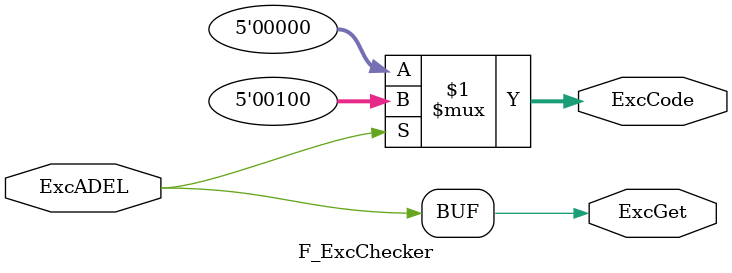
<source format=v>
`timescale 1ns / 1ps
module F_ExcChecker(
    input ExcADEL,
    output ExcGet,
    output [4:0] ExcCode
    );
	
	assign ExcGet=ExcADEL;
	assign ExcCode=ExcADEL? 5'd4 : 5'd0;

endmodule

</source>
